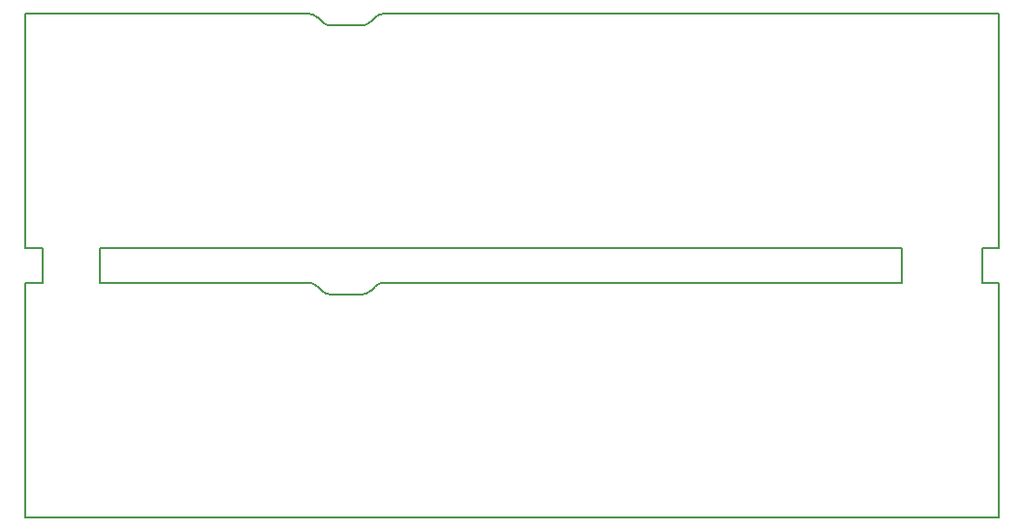
<source format=gm1>
G04*
G04 #@! TF.GenerationSoftware,Altium Limited,Altium Designer,20.0.7 (75)*
G04*
G04 Layer_Color=16711935*
%FSLAX44Y44*%
%MOMM*%
G71*
G01*
G75*
%ADD14C,0.2032*%
D14*
X-166535Y-21964D02*
G03*
X-158000Y-25500I8536J8536D01*
G01*
X-169965Y-18535D02*
G03*
X-178500Y-15000I-8536J-8536D01*
G01*
X-169965Y-18536D02*
G03*
X-169965Y-18535I0J0D01*
G01*
X-169964Y-18536D02*
G03*
X-169964Y-18536I0J0D01*
G01*
X-166535Y-21965D02*
G03*
X-166536Y-21964I0J0D01*
G01*
X-111500Y-15000D02*
G03*
X-120035Y-18535I0J-12071D01*
G01*
X-132000Y-25500D02*
G03*
X-123464Y-21964I0J12071D01*
G01*
X-132000Y209500D02*
G03*
X-123464Y213036I0J12071D01*
G01*
X-111500Y220000D02*
G03*
X-120035Y216465I0J-12071D01*
G01*
X-166535Y213035D02*
G03*
X-166536Y213036I0J0D01*
G01*
X-169964Y216464D02*
G03*
X-169964Y216464I0J0D01*
G01*
X-169965Y216464D02*
G03*
X-169965Y216465I0J0D01*
G01*
X-169965D02*
G03*
X-178500Y220000I-8536J-8536D01*
G01*
X-166535Y213036D02*
G03*
X-158000Y209500I8536J8536D01*
G01*
X425000Y15000D02*
Y220000D01*
X410000Y15000D02*
X425000D01*
X410000Y-15000D02*
X425000D01*
X410000D02*
Y15000D01*
X-111500Y-15000D02*
X340000D01*
X-425000Y-220000D02*
Y-15000D01*
X-360000D02*
X-178500D01*
X-169964Y-18536D02*
X-166536Y-21964D01*
X-123464D02*
X-120036Y-18536D01*
X-145000Y-25500D02*
X-132000D01*
X-158000D02*
X-145000D01*
X-111500Y220000D02*
X425000Y220000D01*
X-425000Y-15000D02*
X-410000D01*
X-360000Y15000D02*
X340000D01*
X-425000D02*
X-410000D01*
X340000Y-15000D02*
Y15000D01*
X-360000Y-15000D02*
Y15000D01*
X-410000Y-15000D02*
X-410000Y15000D01*
X-158000Y209500D02*
X-145000D01*
X-132000D01*
X-425000Y220000D02*
X-178500D01*
X-123464Y213036D02*
X-120036Y216464D01*
X-169964D02*
X-166536Y213036D01*
X-425000Y15000D02*
Y220000D01*
X425000Y-220000D02*
Y-15000D01*
X-425000Y-220000D02*
X425000D01*
X-166535Y-21964D02*
G03*
X-158000Y-25500I8536J8536D01*
G01*
X-169965Y-18535D02*
G03*
X-178500Y-15000I-8536J-8536D01*
G01*
X-169965Y-18536D02*
G03*
X-169965Y-18535I0J0D01*
G01*
X-169964Y-18536D02*
G03*
X-169964Y-18536I0J0D01*
G01*
X-166535Y-21965D02*
G03*
X-166536Y-21964I0J0D01*
G01*
X-111500Y-15000D02*
G03*
X-120035Y-18535I0J-12071D01*
G01*
X-132000Y-25500D02*
G03*
X-123464Y-21964I0J12071D01*
G01*
X-132000Y209500D02*
G03*
X-123464Y213036I0J12071D01*
G01*
X-111500Y220000D02*
G03*
X-120035Y216465I0J-12071D01*
G01*
X-166535Y213035D02*
G03*
X-166536Y213036I0J0D01*
G01*
X-169964Y216464D02*
G03*
X-169964Y216464I0J0D01*
G01*
X-169965Y216464D02*
G03*
X-169965Y216465I0J0D01*
G01*
X-169965D02*
G03*
X-178500Y220000I-8536J-8536D01*
G01*
X-166535Y213036D02*
G03*
X-158000Y209500I8536J8536D01*
G01*
X425000Y15000D02*
Y220000D01*
X410000Y15000D02*
X425000D01*
X410000Y-15000D02*
X425000D01*
X410000D02*
Y15000D01*
X-111500Y-15000D02*
X340000D01*
X-425000Y-220000D02*
Y-15000D01*
X-360000D02*
X-178500D01*
X-169964Y-18536D02*
X-166536Y-21964D01*
X-123464D02*
X-120036Y-18536D01*
X-145000Y-25500D02*
X-132000D01*
X-158000D02*
X-145000D01*
X-111500Y220000D02*
X425000Y220000D01*
X-425000Y-15000D02*
X-410000D01*
X-360000Y15000D02*
X340000D01*
X-425000D02*
X-410000D01*
X340000Y-15000D02*
Y15000D01*
X-360000Y-15000D02*
Y15000D01*
X-410000Y-15000D02*
X-410000Y15000D01*
X-158000Y209500D02*
X-145000D01*
X-132000D01*
X-425000Y220000D02*
X-178500D01*
X-123464Y213036D02*
X-120036Y216464D01*
X-169964D02*
X-166536Y213036D01*
X-425000Y15000D02*
Y220000D01*
X425000Y-220000D02*
Y-15000D01*
X-425000Y-220000D02*
X425000D01*
M02*

</source>
